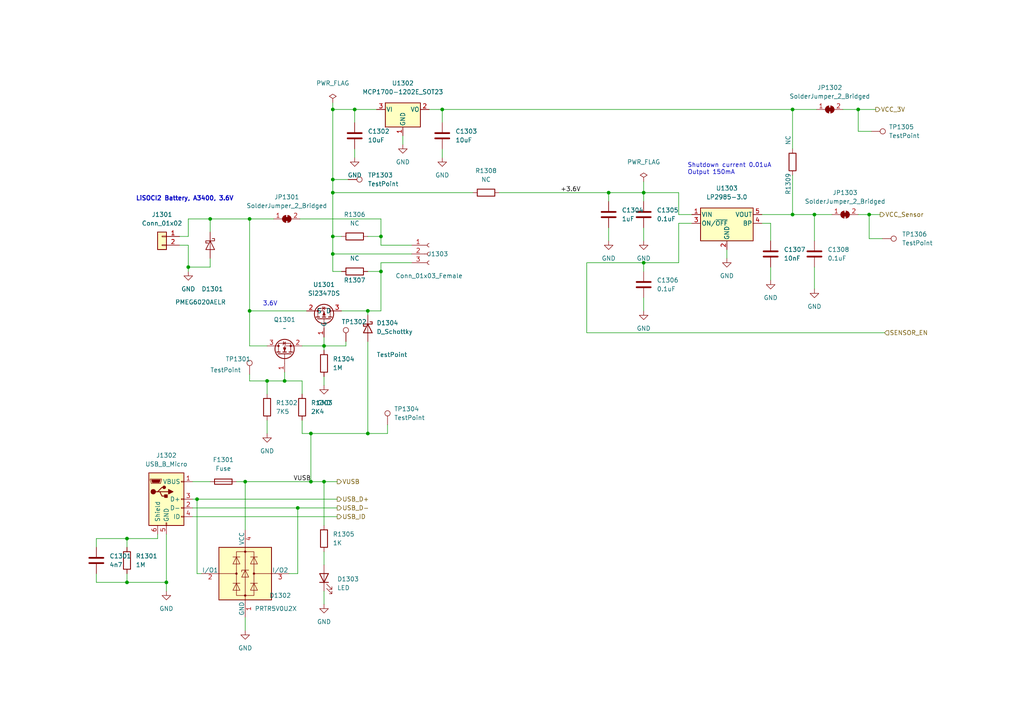
<source format=kicad_sch>
(kicad_sch (version 20211123) (generator eeschema)
  (paper "A4")
  (lib_symbols
    (symbol "Connector:Conn_01x03_Female" (pin_names (offset 1.016) hide)
      (property "Reference" "J" (at 0 5.08 0))
      (property "Value" "Conn_01x03_Female" (at 0 -5.08 0))
      (symbol "Conn_01x03_Female_1_1"
        (arc (start 0 -2.032) (mid -0.508 -2.54) (end 0 -3.048) (stroke (width 0.1524)))
        (polyline (pts (xy -1.27 -2.54) (xy -0.508 -2.54)) (stroke (width 0.1524)))
        (polyline (pts (xy -1.27 0) (xy -0.508 0)) (stroke (width 0.1524)))
        (polyline (pts (xy -1.27 2.54) (xy -0.508 2.54)) (stroke (width 0.1524)))
        (arc (start 0 0.508) (mid -0.508 0) (end 0 -0.508) (stroke (width 0.1524)))
        (arc (start 0 3.048) (mid -0.508 2.54) (end 0 2.032) (stroke (width 0.1524)))
        (pin passive line (at -5.08 2.54 0) (length 3.81) (name "Pin_1") (number "1"))
        (pin passive line (at -5.08 0 0) (length 3.81) (name "Pin_2") (number "2"))
        (pin passive line (at -5.08 -2.54 0) (length 3.81) (name "Pin_3") (number "3"))
      )
    )
    (symbol "Connector:TestPoint" (pin_numbers hide) (pin_names (offset 0.762) hide)
      (property "Reference" "TP" (at 0 6.858 0))
      (property "Value" "TestPoint" (at 0 5.08 0))
      (symbol "TestPoint_0_1"
        (circle (center 0 3.302) (radius 0.762))
      )
      (symbol "TestPoint_1_1"
        (pin passive line (at 0 0 90) (length 2.54) (name "1") (number "1"))
      )
    )
    (symbol "Connector:USB_B_Micro" (pin_names (offset 1.016))
      (property "Reference" "J" (at -5.08 11.43 0))
      (property "Value" "USB_B_Micro" (at -5.08 8.89 0))
      (symbol "USB_B_Micro_0_1"
        (rectangle (start -5.08 -7.62) (end 5.08 7.62) (stroke (width 0.254)) (fill (type background)))
        (circle (center -3.81 2.159) (radius 0.635) (stroke (width 0.254)) (fill (type outline)))
        (circle (center -0.635 3.429) (radius 0.381) (stroke (width 0.254)) (fill (type outline)))
        (rectangle (start -0.127 -7.62) (end 0.127 -6.858))
        (polyline (pts (xy -1.905 2.159) (xy 0.635 2.159)) (stroke (width 0.254)))
        (polyline (pts (xy -3.175 2.159) (xy -2.54 2.159) (xy -1.27 3.429) (xy -0.635 3.429)) (stroke (width 0.254)))
        (polyline (pts (xy -2.54 2.159) (xy -1.905 2.159) (xy -1.27 0.889) (xy 0 0.889)) (stroke (width 0.254)))
        (polyline (pts (xy 0.635 2.794) (xy 0.635 1.524) (xy 1.905 2.159) (xy 0.635 2.794)) (stroke (width 0.254)) (fill (type outline)))
        (polyline (pts (xy -4.318 5.588) (xy -1.778 5.588) (xy -2.032 4.826) (xy -4.064 4.826) (xy -4.318 5.588)) (fill (type outline)))
        (polyline (pts (xy -4.699 5.842) (xy -4.699 5.588) (xy -4.445 4.826) (xy -4.445 4.572) (xy -1.651 4.572) (xy -1.651 4.826) (xy -1.397 5.588) (xy -1.397 5.842) (xy -4.699 5.842)))
        (rectangle (start 0.254 1.27) (end -0.508 0.508) (stroke (width 0.254)) (fill (type outline)))
        (rectangle (start 5.08 -5.207) (end 4.318 -4.953))
        (rectangle (start 5.08 -2.667) (end 4.318 -2.413))
        (rectangle (start 5.08 -0.127) (end 4.318 0.127))
        (rectangle (start 5.08 4.953) (end 4.318 5.207))
      )
      (symbol "USB_B_Micro_1_1"
        (pin power_out line (at 7.62 5.08 180) (length 2.54) (name "VBUS") (number "1"))
        (pin bidirectional line (at 7.62 -2.54 180) (length 2.54) (name "D-") (number "2"))
        (pin bidirectional line (at 7.62 0 180) (length 2.54) (name "D+") (number "3"))
        (pin passive line (at 7.62 -5.08 180) (length 2.54) (name "ID") (number "4"))
        (pin power_out line (at 0 -10.16 90) (length 2.54) (name "GND") (number "5"))
        (pin passive line (at -2.54 -10.16 90) (length 2.54) (name "Shield") (number "6"))
      )
    )
    (symbol "Connector_Generic:Conn_01x02" (pin_names (offset 1.016) hide)
      (property "Reference" "J" (at 0 2.54 0))
      (property "Value" "Conn_01x02" (at 0 -5.08 0))
      (symbol "Conn_01x02_1_1"
        (rectangle (start -1.27 -2.413) (end 0 -2.667) (stroke (width 0.1524)))
        (rectangle (start -1.27 0.127) (end 0 -0.127) (stroke (width 0.1524)))
        (rectangle (start -1.27 1.27) (end 1.27 -3.81) (stroke (width 0.254)) (fill (type background)))
        (pin passive line (at -5.08 0 0) (length 3.81) (name "Pin_1") (number "1"))
        (pin passive line (at -5.08 -2.54 0) (length 3.81) (name "Pin_2") (number "2"))
      )
    )
    (symbol "Device:C" (pin_numbers hide) (pin_names (offset 0.254))
      (property "Reference" "C" (at 0.635 2.54 0))
      (property "Value" "C" (at 0.635 -2.54 0))
      (symbol "C_0_1"
        (polyline (pts (xy -2.032 -0.762) (xy 2.032 -0.762)) (stroke (width 0.508)))
        (polyline (pts (xy -2.032 0.762) (xy 2.032 0.762)) (stroke (width 0.508)))
      )
      (symbol "C_1_1"
        (pin passive line (at 0 3.81 270) (length 2.794) (name "~") (number "1"))
        (pin passive line (at 0 -3.81 90) (length 2.794) (name "~") (number "2"))
      )
    )
    (symbol "Device:D_Schottky" (pin_numbers hide) (pin_names (offset 1.016) hide)
      (property "Reference" "D" (at 0 2.54 0))
      (property "Value" "D_Schottky" (at 0 -2.54 0))
      (symbol "D_Schottky_0_1"
        (polyline (pts (xy 1.27 0) (xy -1.27 0)))
        (polyline (pts (xy 1.27 1.27) (xy 1.27 -1.27) (xy -1.27 0) (xy 1.27 1.27)) (stroke (width 0.254)))
        (polyline (pts (xy -1.905 0.635) (xy -1.905 1.27) (xy -1.27 1.27) (xy -1.27 -1.27) (xy -0.635 -1.27) (xy -0.635 -0.635)) (stroke (width 0.254)))
      )
      (symbol "D_Schottky_1_1"
        (pin passive line (at -3.81 0 0) (length 2.54) (name "K") (number "1"))
        (pin passive line (at 3.81 0 180) (length 2.54) (name "A") (number "2"))
      )
    )
    (symbol "Device:Fuse" (pin_numbers hide) (pin_names (offset 0))
      (property "Reference" "F" (at 2.032 0 90))
      (property "Value" "Fuse" (at -1.905 0 90))
      (symbol "Fuse_0_1"
        (rectangle (start -0.762 -2.54) (end 0.762 2.54) (stroke (width 0.254)))
        (polyline (pts (xy 0 2.54) (xy 0 -2.54)))
      )
      (symbol "Fuse_1_1"
        (pin passive line (at 0 3.81 270) (length 1.27) (name "~") (number "1"))
        (pin passive line (at 0 -3.81 90) (length 1.27) (name "~") (number "2"))
      )
    )
    (symbol "Device:LED" (pin_numbers hide) (pin_names (offset 1.016) hide)
      (property "Reference" "D" (at 0 2.54 0))
      (property "Value" "LED" (at 0 -2.54 0))
      (symbol "LED_0_1"
        (polyline (pts (xy -1.27 -1.27) (xy -1.27 1.27)) (stroke (width 0.254)))
        (polyline (pts (xy -1.27 0) (xy 1.27 0)))
        (polyline (pts (xy 1.27 -1.27) (xy 1.27 1.27) (xy -1.27 0) (xy 1.27 -1.27)) (stroke (width 0.254)))
        (polyline (pts (xy -3.048 -0.762) (xy -4.572 -2.286) (xy -3.81 -2.286) (xy -4.572 -2.286) (xy -4.572 -1.524)))
        (polyline (pts (xy -1.778 -0.762) (xy -3.302 -2.286) (xy -2.54 -2.286) (xy -3.302 -2.286) (xy -3.302 -1.524)))
      )
      (symbol "LED_1_1"
        (pin passive line (at -3.81 0 0) (length 2.54) (name "K") (number "1"))
        (pin passive line (at 3.81 0 180) (length 2.54) (name "A") (number "2"))
      )
    )
    (symbol "Device:R" (pin_numbers hide) (pin_names (offset 0))
      (property "Reference" "R" (at 2.032 0 90))
      (property "Value" "R" (at 0 0 90))
      (symbol "R_0_1"
        (rectangle (start -1.016 -2.54) (end 1.016 2.54) (stroke (width 0.254)))
      )
      (symbol "R_1_1"
        (pin passive line (at 0 3.81 270) (length 1.27) (name "~") (number "1"))
        (pin passive line (at 0 -3.81 90) (length 1.27) (name "~") (number "2"))
      )
    )
    (symbol "Diode:PMEG6020AELR" (pin_numbers hide) (pin_names hide)
      (property "Reference" "D" (at 0 2.54 0))
      (property "Value" "PMEG6020AELR" (at 0 -2.54 0))
      (symbol "PMEG6020AELR_0_1"
        (polyline (pts (xy 1.27 0) (xy -1.27 0)))
        (polyline (pts (xy 1.27 1.27) (xy 1.27 -1.27) (xy -1.27 0) (xy 1.27 1.27)) (stroke (width 0.2032)))
        (polyline (pts (xy -1.905 0.635) (xy -1.905 1.27) (xy -1.27 1.27) (xy -1.27 -1.27) (xy -0.635 -1.27) (xy -0.635 -0.635)) (stroke (width 0.2032)))
      )
      (symbol "PMEG6020AELR_1_1"
        (pin passive line (at -3.81 0 0) (length 2.54) (name "K") (number "1"))
        (pin passive line (at 3.81 0 180) (length 2.54) (name "A") (number "2"))
      )
    )
    (symbol "Jumper:SolderJumper_2_Bridged" (pin_names (offset 0) hide)
      (property "Reference" "JP" (at 0 2.032 0))
      (property "Value" "SolderJumper_2_Bridged" (at 0 -2.54 0))
      (symbol "SolderJumper_2_Bridged_0_1"
        (rectangle (start -0.508 0.508) (end 0.508 -0.508) (fill (type outline)))
        (arc (start -0.254 1.016) (mid -1.27 0) (end -0.254 -1.016))
        (arc (start -0.254 1.016) (mid -1.27 0) (end -0.254 -1.016) (fill (type outline)))
        (polyline (pts (xy -0.254 1.016) (xy -0.254 -1.016)))
        (polyline (pts (xy 0.254 1.016) (xy 0.254 -1.016)))
        (arc (start 0.254 -1.016) (mid 1.27 0) (end 0.254 1.016))
        (arc (start 0.254 -1.016) (mid 1.27 0) (end 0.254 1.016) (fill (type outline)))
      )
      (symbol "SolderJumper_2_Bridged_1_1"
        (pin passive line (at -3.81 0 0) (length 2.54) (name "A") (number "1"))
        (pin passive line (at 3.81 0 180) (length 2.54) (name "B") (number "2"))
      )
    )
    (symbol "Power_Protection:PRTR5V0U2X" (pin_names (offset 0))
      (property "Reference" "D" (at 2.794 8.636 0))
      (property "Value" "PRTR5V0U2X" (at 8.128 -9.398 0))
      (symbol "PRTR5V0U2X_0_1"
        (rectangle (start -7.62 -7.62) (end 7.62 7.62) (stroke (width 0.254)) (fill (type background)))
        (circle (center -2.54 0) (radius 0.254) (fill (type outline)))
        (rectangle (start -2.54 6.35) (end 2.54 -6.35))
        (circle (center 0 -6.35) (radius 0.254) (fill (type outline)))
        (polyline (pts (xy -2.54 0) (xy -7.62 0)))
        (polyline (pts (xy -1.524 -2.794) (xy -3.556 -2.794)))
        (polyline (pts (xy -1.524 4.826) (xy -3.556 4.826)))
        (polyline (pts (xy 0 -7.62) (xy 0 7.62)))
        (polyline (pts (xy 1.524 -2.794) (xy 3.556 -2.794)))
        (polyline (pts (xy 1.524 4.826) (xy 3.556 4.826)))
        (polyline (pts (xy 2.54 0) (xy 7.62 0)))
        (polyline (pts (xy 1.016 1.016) (xy -1.016 1.016) (xy -1.016 0.508)))
        (polyline (pts (xy -3.556 -4.826) (xy -1.524 -4.826) (xy -2.54 -2.794) (xy -3.556 -4.826)))
        (polyline (pts (xy -3.556 2.794) (xy -1.524 2.794) (xy -2.54 4.826) (xy -3.556 2.794)))
        (polyline (pts (xy -1.016 -1.016) (xy 1.016 -1.016) (xy 0 1.016) (xy -1.016 -1.016)))
        (polyline (pts (xy 3.556 -4.826) (xy 1.524 -4.826) (xy 2.54 -2.794) (xy 3.556 -4.826)))
        (polyline (pts (xy 3.556 2.794) (xy 1.524 2.794) (xy 2.54 4.826) (xy 3.556 2.794)))
        (circle (center 0 6.35) (radius 0.254) (fill (type outline)))
        (circle (center 2.54 0) (radius 0.254) (fill (type outline)))
      )
      (symbol "PRTR5V0U2X_1_1"
        (pin passive line (at 0 -12.7 90) (length 5.08) (name "GND") (number "1"))
        (pin passive line (at -12.7 0 0) (length 5.08) (name "I/O1") (number "2"))
        (pin passive line (at 12.7 0 180) (length 5.08) (name "I/O2") (number "3"))
        (pin passive line (at 0 12.7 270) (length 5.08) (name "VCC") (number "4"))
      )
    )
    (symbol "Regulator_Linear:LP2985-3.0" (pin_names (offset 0.254))
      (property "Reference" "U" (at -6.35 5.715 0))
      (property "Value" "LP2985-3.0" (at 0 5.715 0))
      (symbol "LP2985-3.0_0_1"
        (rectangle (start -7.62 -5.08) (end 7.62 4.445) (stroke (width 0.254)) (fill (type background)))
      )
      (symbol "LP2985-3.0_1_1"
        (pin power_in line (at -10.16 2.54 0) (length 2.54) (name "VIN") (number "1"))
        (pin power_in line (at 0 -7.62 90) (length 2.54) (name "GND") (number "2"))
        (pin input line (at -10.16 0 0) (length 2.54) (name "ON/~{OFF}") (number "3"))
        (pin input line (at 10.16 0 180) (length 2.54) (name "BP") (number "4"))
        (pin power_out line (at 10.16 2.54 180) (length 2.54) (name "VOUT") (number "5"))
      )
    )
    (symbol "Regulator_Linear:MCP1700-1202E_SOT23" (pin_names (offset 0.254))
      (property "Reference" "U" (at -3.81 3.175 0))
      (property "Value" "MCP1700-1202E_SOT23" (at 0 3.175 0))
      (symbol "MCP1700-1202E_SOT23_0_1"
        (rectangle (start -5.08 1.905) (end 5.08 -5.08) (stroke (width 0.254)) (fill (type background)))
      )
      (symbol "MCP1700-1202E_SOT23_1_1"
        (pin power_in line (at 0 -7.62 90) (length 2.54) (name "GND") (number "1"))
        (pin power_out line (at 7.62 0 180) (length 2.54) (name "VO") (number "2"))
        (pin power_in line (at -7.62 0 0) (length 2.54) (name "VI") (number "3"))
      )
    )
    (symbol "Transistor_FET:2N7002" (pin_names hide)
      (property "Reference" "Q" (at 5.08 1.905 0))
      (property "Value" "2N7002" (at 5.08 0 0))
      (symbol "2N7002_0_1"
        (polyline (pts (xy 0.254 0) (xy -2.54 0)))
        (polyline (pts (xy 0.254 1.905) (xy 0.254 -1.905)) (stroke (width 0.254)))
        (polyline (pts (xy 0.762 -1.27) (xy 0.762 -2.286)) (stroke (width 0.254)))
        (polyline (pts (xy 0.762 0.508) (xy 0.762 -0.508)) (stroke (width 0.254)))
        (polyline (pts (xy 0.762 2.286) (xy 0.762 1.27)) (stroke (width 0.254)))
        (polyline (pts (xy 2.54 2.54) (xy 2.54 1.778)))
        (polyline (pts (xy 2.54 -2.54) (xy 2.54 0) (xy 0.762 0)))
        (polyline (pts (xy 0.762 -1.778) (xy 3.302 -1.778) (xy 3.302 1.778) (xy 0.762 1.778)))
        (polyline (pts (xy 1.016 0) (xy 2.032 0.381) (xy 2.032 -0.381) (xy 1.016 0)) (fill (type outline)))
        (polyline (pts (xy 2.794 0.508) (xy 2.921 0.381) (xy 3.683 0.381) (xy 3.81 0.254)))
        (polyline (pts (xy 3.302 0.381) (xy 2.921 -0.254) (xy 3.683 -0.254) (xy 3.302 0.381)))
        (circle (center 1.651 0) (radius 2.794) (stroke (width 0.254)))
        (circle (center 2.54 -1.778) (radius 0.254) (fill (type outline)))
        (circle (center 2.54 1.778) (radius 0.254) (fill (type outline)))
      )
      (symbol "2N7002_1_1"
        (pin input line (at -5.08 0 0) (length 2.54) (name "G") (number "1"))
        (pin passive line (at 2.54 -5.08 90) (length 2.54) (name "S") (number "2"))
        (pin passive line (at 2.54 5.08 270) (length 2.54) (name "D") (number "3"))
      )
    )
    (symbol "lp-collapse:Si2347DS"
      (property "Reference" "U" (at 5.08 1.27 0))
      (property "Value" "Si2347DS" (at 7.62 -2.54 0))
      (symbol "Si2347DS_0_1"
        (polyline (pts (xy -1.016 0) (xy -3.81 0)))
        (polyline (pts (xy -1.016 1.905) (xy -1.016 -1.905)) (stroke (width 0.254)))
        (polyline (pts (xy -0.508 -1.27) (xy -0.508 -2.286)) (stroke (width 0.254)))
        (polyline (pts (xy -0.508 0.508) (xy -0.508 -0.508)) (stroke (width 0.254)))
        (polyline (pts (xy -0.508 2.286) (xy -0.508 1.27)) (stroke (width 0.254)))
        (polyline (pts (xy 1.27 2.54) (xy 1.27 1.778)))
        (polyline (pts (xy 1.27 -2.54) (xy 1.27 0) (xy -0.508 0)))
        (polyline (pts (xy -0.508 1.778) (xy 2.032 1.778) (xy 2.032 -1.778) (xy -0.508 -1.778)))
        (polyline (pts (xy 1.016 0) (xy 0 0.381) (xy 0 -0.381) (xy 1.016 0)) (fill (type outline)))
        (polyline (pts (xy 1.524 -0.508) (xy 1.651 -0.381) (xy 2.413 -0.381) (xy 2.54 -0.254)))
        (polyline (pts (xy 2.032 -0.381) (xy 1.651 0.254) (xy 2.413 0.254) (xy 2.032 -0.381)))
        (circle (center 0.381 0) (radius 2.794) (stroke (width 0.254)))
        (circle (center 1.27 -1.778) (radius 0.254) (fill (type outline)))
        (circle (center 1.27 1.778) (radius 0.254) (fill (type outline)))
      )
      (symbol "Si2347DS_1_1"
        (pin input line (at -6.35 0 0) (length 2.54) (name "G") (number "1"))
        (pin passive line (at 1.27 -5.08 90) (length 2.54) (name "S") (number "2"))
        (pin passive line (at 1.27 5.08 270) (length 2.54) (name "D") (number "3"))
      )
    )
    (symbol "power:GND" (power) (pin_names (offset 0))
      (property "Value" "GND" (at 0 -3.81 0))
      (symbol "GND_0_1"
        (polyline (pts (xy 0 0) (xy 0 -1.27) (xy 1.27 -1.27) (xy 0 -2.54) (xy -1.27 -1.27) (xy 0 -1.27)))
      )
      (symbol "GND_1_1"
        (pin power_in line (at 0 0 270) (length 0) hide (name "GND") (number "1"))
      )
    )
    (symbol "power:PWR_FLAG" (power) (pin_numbers hide) (pin_names (offset 0) hide)
      (property "Value" "PWR_FLAG" (at 0 3.81 0))
      (symbol "PWR_FLAG_0_0"
        (pin power_out line (at 0 0 90) (length 0) (name "pwr") (number "1"))
      )
      (symbol "PWR_FLAG_0_1"
        (polyline (pts (xy 0 0) (xy 0 1.27) (xy -1.016 1.905) (xy 0 2.54) (xy 1.016 1.905) (xy 0 1.27)))
      )
    )
  )
  (junction (at 72.39 63.5))
  (junction (at 36.83 168.91))
  (junction (at 110.49 78.74))
  (junction (at 96.52 68.58))
  (junction (at 102.87 31.75))
  (junction (at 82.55 110.49))
  (junction (at 176.53 55.88))
  (junction (at 252.095 62.23))
  (junction (at 71.12 139.7))
  (junction (at 96.52 52.07))
  (junction (at 36.83 156.21))
  (junction (at 110.49 68.58))
  (junction (at 72.39 90.17))
  (junction (at 54.61 77.47))
  (junction (at 93.98 100.33))
  (junction (at 229.87 31.75))
  (junction (at 229.87 62.23))
  (junction (at 96.52 73.66))
  (junction (at 96.52 31.75))
  (junction (at 106.68 125.73))
  (junction (at 60.96 63.5))
  (junction (at 90.17 139.7))
  (junction (at 106.68 90.17))
  (junction (at 90.17 125.73))
  (junction (at 86.36 147.32))
  (junction (at 57.15 144.78))
  (junction (at 128.27 31.75))
  (junction (at 186.69 76.2))
  (junction (at 248.92 31.75))
  (junction (at 93.98 139.7))
  (junction (at 186.69 55.88))
  (junction (at 77.47 110.49))
  (junction (at 48.26 168.91))
  (junction (at 96.52 55.88))
  (junction (at 236.22 62.23))
  (wire (pts (xy 196.85 64.77) (xy 196.85 76.2)))
  (wire (pts (xy 54.61 63.5) (xy 60.96 63.5)))
  (wire (pts (xy 116.84 39.37) (xy 116.84 41.91)))
  (wire (pts (xy 119.38 76.2) (xy 110.49 76.2)))
  (wire (pts (xy 170.18 96.52) (xy 256.54 96.52)))
  (wire (pts (xy 72.39 63.5) (xy 72.39 90.17)))
  (wire (pts (xy 96.52 78.74) (xy 99.06 78.74)))
  (wire (pts (xy 110.49 68.58) (xy 110.49 63.5)))
  (wire (pts (xy 96.52 68.58) (xy 99.06 68.58)))
  (wire (pts (xy 54.61 77.47) (xy 54.61 78.74)))
  (wire (pts (xy 119.38 71.12) (xy 110.49 71.12)))
  (wire (pts (xy 77.47 114.3) (xy 77.47 110.49)))
  (wire (pts (xy 176.53 66.04) (xy 176.53 69.85)))
  (wire (pts (xy 196.85 62.23) (xy 196.85 55.88)))
  (wire (pts (xy 96.52 55.88) (xy 137.16 55.88)))
  (wire (pts (xy 77.47 110.49) (xy 82.55 110.49)))
  (wire (pts (xy 72.39 100.33) (xy 77.47 100.33)))
  (wire (pts (xy 72.39 63.5) (xy 79.375 63.5)))
  (wire (pts (xy 248.92 31.75) (xy 248.92 38.1)))
  (wire (pts (xy 223.52 64.77) (xy 223.52 69.85)))
  (wire (pts (xy 87.63 121.92) (xy 87.63 125.73)))
  (wire (pts (xy 112.395 125.73) (xy 106.68 125.73)))
  (wire (pts (xy 186.69 76.2) (xy 196.85 76.2)))
  (wire (pts (xy 96.52 73.66) (xy 96.52 78.74)))
  (wire (pts (xy 54.61 77.47) (xy 60.96 77.47)))
  (wire (pts (xy 229.87 31.75) (xy 229.87 43.18)))
  (wire (pts (xy 72.39 100.33) (xy 72.39 90.17)))
  (wire (pts (xy 60.96 74.93) (xy 60.96 77.47)))
  (wire (pts (xy 106.68 68.58) (xy 110.49 68.58)))
  (wire (pts (xy 93.98 160.02) (xy 93.98 163.83)))
  (wire (pts (xy 36.83 156.21) (xy 36.83 158.75)))
  (wire (pts (xy 82.55 110.49) (xy 87.63 110.49)))
  (wire (pts (xy 229.87 50.8) (xy 229.87 62.23)))
  (wire (pts (xy 93.98 139.7) (xy 97.79 139.7)))
  (wire (pts (xy 196.85 55.88) (xy 186.69 55.88)))
  (wire (pts (xy 106.68 90.17) (xy 106.68 91.44)))
  (wire (pts (xy 72.39 110.49) (xy 77.47 110.49)))
  (wire (pts (xy 255.905 69.215) (xy 252.095 69.215)))
  (wire (pts (xy 110.49 78.74) (xy 110.49 90.17)))
  (wire (pts (xy 186.69 55.88) (xy 186.69 58.42)))
  (wire (pts (xy 57.15 144.78) (xy 97.79 144.78)))
  (wire (pts (xy 55.88 149.86) (xy 97.79 149.86)))
  (wire (pts (xy 71.12 179.07) (xy 71.12 182.88)))
  (wire (pts (xy 248.92 62.23) (xy 252.095 62.23)))
  (wire (pts (xy 72.39 108.585) (xy 72.39 110.49)))
  (wire (pts (xy 112.395 123.19) (xy 112.395 125.73)))
  (wire (pts (xy 186.69 52.705) (xy 186.69 55.88)))
  (wire (pts (xy 102.87 31.75) (xy 109.22 31.75)))
  (wire (pts (xy 96.52 31.75) (xy 102.87 31.75)))
  (wire (pts (xy 186.69 86.36) (xy 186.69 90.17)))
  (wire (pts (xy 52.07 68.58) (xy 54.61 68.58)))
  (wire (pts (xy 236.22 62.23) (xy 236.22 69.85)))
  (wire (pts (xy 252.73 38.1) (xy 248.92 38.1)))
  (wire (pts (xy 93.98 139.7) (xy 93.98 152.4)))
  (wire (pts (xy 96.52 52.07) (xy 96.52 55.88)))
  (wire (pts (xy 210.82 72.39) (xy 210.82 74.93)))
  (wire (pts (xy 93.98 100.33) (xy 93.98 101.6)))
  (wire (pts (xy 102.87 43.18) (xy 102.87 45.72)))
  (wire (pts (xy 27.94 168.91) (xy 36.83 168.91)))
  (wire (pts (xy 186.69 76.2) (xy 186.69 78.74)))
  (wire (pts (xy 176.53 55.88) (xy 176.53 58.42)))
  (wire (pts (xy 93.98 97.79) (xy 93.98 100.33)))
  (wire (pts (xy 110.49 71.12) (xy 110.49 68.58)))
  (wire (pts (xy 96.52 73.66) (xy 119.38 73.66)))
  (wire (pts (xy 87.63 125.73) (xy 90.17 125.73)))
  (wire (pts (xy 128.27 43.18) (xy 128.27 45.72)))
  (wire (pts (xy 71.12 139.7) (xy 90.17 139.7)))
  (wire (pts (xy 200.66 62.23) (xy 196.85 62.23)))
  (wire (pts (xy 86.36 147.32) (xy 97.79 147.32)))
  (wire (pts (xy 87.63 100.33) (xy 93.98 100.33)))
  (wire (pts (xy 100.33 99.06) (xy 100.33 100.33)))
  (wire (pts (xy 71.12 153.67) (xy 71.12 139.7)))
  (wire (pts (xy 110.49 76.2) (xy 110.49 78.74)))
  (wire (pts (xy 54.61 71.12) (xy 54.61 77.47)))
  (wire (pts (xy 93.98 171.45) (xy 93.98 175.26)))
  (wire (pts (xy 236.22 62.23) (xy 241.3 62.23)))
  (wire (pts (xy 45.72 156.21) (xy 36.83 156.21)))
  (wire (pts (xy 36.83 168.91) (xy 48.26 168.91)))
  (wire (pts (xy 106.68 90.17) (xy 110.49 90.17)))
  (wire (pts (xy 102.87 31.75) (xy 102.87 35.56)))
  (wire (pts (xy 90.17 139.7) (xy 93.98 139.7)))
  (wire (pts (xy 252.095 62.23) (xy 255.27 62.23)))
  (wire (pts (xy 186.69 66.04) (xy 186.69 69.85)))
  (wire (pts (xy 252.095 62.23) (xy 252.095 69.215)))
  (wire (pts (xy 96.52 31.75) (xy 96.52 52.07)))
  (wire (pts (xy 36.83 156.21) (xy 27.94 156.21)))
  (wire (pts (xy 220.98 62.23) (xy 229.87 62.23)))
  (wire (pts (xy 96.52 52.07) (xy 100.965 52.07)))
  (wire (pts (xy 87.63 110.49) (xy 87.63 114.3)))
  (wire (pts (xy 128.27 31.75) (xy 128.27 35.56)))
  (wire (pts (xy 144.78 55.88) (xy 176.53 55.88)))
  (wire (pts (xy 186.69 55.88) (xy 176.53 55.88)))
  (wire (pts (xy 48.26 168.91) (xy 48.26 171.45)))
  (wire (pts (xy 220.98 64.77) (xy 223.52 64.77)))
  (wire (pts (xy 27.94 156.21) (xy 27.94 158.75)))
  (wire (pts (xy 90.17 125.73) (xy 106.68 125.73)))
  (wire (pts (xy 54.61 63.5) (xy 54.61 68.58)))
  (wire (pts (xy 96.52 29.845) (xy 96.52 31.75)))
  (wire (pts (xy 124.46 31.75) (xy 128.27 31.75)))
  (wire (pts (xy 55.88 147.32) (xy 86.36 147.32)))
  (wire (pts (xy 86.36 147.32) (xy 86.36 166.37)))
  (wire (pts (xy 88.9 90.17) (xy 72.39 90.17)))
  (wire (pts (xy 68.58 139.7) (xy 71.12 139.7)))
  (wire (pts (xy 106.68 78.74) (xy 110.49 78.74)))
  (wire (pts (xy 27.94 166.37) (xy 27.94 168.91)))
  (wire (pts (xy 244.475 31.75) (xy 248.92 31.75)))
  (wire (pts (xy 106.68 99.06) (xy 106.68 125.73)))
  (wire (pts (xy 58.42 166.37) (xy 57.15 166.37)))
  (wire (pts (xy 99.06 90.17) (xy 106.68 90.17)))
  (wire (pts (xy 36.83 166.37) (xy 36.83 168.91)))
  (wire (pts (xy 60.96 63.5) (xy 60.96 67.31)))
  (wire (pts (xy 48.26 154.94) (xy 48.26 168.91)))
  (wire (pts (xy 90.17 125.73) (xy 90.17 139.7)))
  (wire (pts (xy 229.87 62.23) (xy 236.22 62.23)))
  (wire (pts (xy 248.92 31.75) (xy 254 31.75)))
  (wire (pts (xy 60.96 63.5) (xy 72.39 63.5)))
  (wire (pts (xy 86.995 63.5) (xy 110.49 63.5)))
  (wire (pts (xy 170.18 76.2) (xy 170.18 96.52)))
  (wire (pts (xy 83.82 166.37) (xy 86.36 166.37)))
  (wire (pts (xy 170.18 76.2) (xy 186.69 76.2)))
  (wire (pts (xy 57.15 144.78) (xy 57.15 166.37)))
  (wire (pts (xy 52.07 71.12) (xy 54.61 71.12)))
  (wire (pts (xy 236.22 77.47) (xy 236.22 83.82)))
  (wire (pts (xy 100.33 100.33) (xy 93.98 100.33)))
  (wire (pts (xy 55.88 144.78) (xy 57.15 144.78)))
  (wire (pts (xy 45.72 154.94) (xy 45.72 156.21)))
  (wire (pts (xy 223.52 77.47) (xy 223.52 81.28)))
  (wire (pts (xy 128.27 31.75) (xy 229.87 31.75)))
  (wire (pts (xy 55.88 139.7) (xy 60.96 139.7)))
  (wire (pts (xy 96.52 55.88) (xy 96.52 68.58)))
  (wire (pts (xy 236.855 31.75) (xy 229.87 31.75)))
  (wire (pts (xy 77.47 121.92) (xy 77.47 125.73)))
  (wire (pts (xy 200.66 64.77) (xy 196.85 64.77)))
  (wire (pts (xy 93.98 109.22) (xy 93.98 111.76)))
  (wire (pts (xy 96.52 73.66) (xy 96.52 68.58)))
  (wire (pts (xy 82.55 107.95) (xy 82.55 110.49)))
  (text "LiSOCI2 Battery, A3400, 3.6V" (at 39.37 58.42 0) (effects (font (size 1.27 1.27) (thickness 0.254) bold) (justify left bottom)))
  (text "3.6V" (at 76.2 88.9 0) (effects (font (size 1.27 1.27)) (justify left bottom)))
  (text "Shutdown current 0.01uA\nOutput 150mA" (at 199.39 50.8 0) (effects (font (size 1.27 1.27)) (justify left bottom)))
  (label "+3.6V" (at 162.56 55.88 0))
  (label "VUSB" (at 85.09 139.7 0))
  (hierarchical_label "VUSB" (shape output) (at 97.79 139.7 0))
  (hierarchical_label "SENSOR_EN" (shape input) (at 256.54 96.52 0))
  (hierarchical_label "USB_ID" (shape output) (at 97.79 149.86 0))
  (hierarchical_label "USB_D-" (shape output) (at 97.79 147.32 0))
  (hierarchical_label "VCC_Sensor" (shape output) (at 255.27 62.23 0))
  (hierarchical_label "VCC_3V" (shape output) (at 254 31.75 0))
  (hierarchical_label "USB_D+" (shape output) (at 97.79 144.78 0))
  (symbol (lib_id "Device:R") (at 93.98 156.21 0) (unit 1)
    (property "Reference" "R1305" (at 96.52 154.9399 0) (effects (justify left)))
    (property "Value" "1K" (at 96.52 157.4799 0) (effects (justify left)))
  )
  (symbol (lib_id "power:GND") (at 176.53 69.85 0) (unit 1)
    (property "Reference" "#PWR01310" (effects hide))
    (property "Value" "~" (at 176.53 74.93 0))
  )
  (symbol (lib_id "power:GND") (at 128.27 45.72 0) (unit 1)
    (property "Reference" "#PWR01309" (effects hide))
    (property "Value" "~" (at 128.27 50.8 0))
  )
  (symbol (lib_id "Transistor_FET:2N7002") (at 82.55 102.87 90) (unit 1)
    (property "Reference" "Q1301" (at 82.55 92.71 90))
    (property "Value" "~" (at 82.55 95.25 90))
    (property "Datasheet" "https://www.onsemi.com/pub/Collateral/NDS7002A-D.PDF" (effects hide))
  )
  (symbol (lib_id "Device:R") (at 93.98 105.41 0) (unit 1)
    (property "Reference" "R1304" (at 96.52 104.1399 0) (effects (justify left)))
    (property "Value" "1M" (at 96.52 106.6799 0) (effects (justify left)))
  )
  (symbol (lib_id "Connector:Conn_01x03_Female") (at 124.46 73.66 0) (unit 1)
    (property "Reference" "J1303" (at 127 73.66 0))
    (property "Value" "Conn_01x03_Female" (at 124.46 80.01 0))
  )
  (symbol (lib_id "Connector:TestPoint") (at 255.905 69.215 270) (unit 1)
    (property "Reference" "TP1306" (at 261.62 67.9449 90) (effects (justify left)))
    (property "Value" "TestPoint" (at 261.62 70.4849 90) (effects (justify left)))
  )
  (symbol (lib_id "Regulator_Linear:MCP1700-1202E_SOT23") (at 116.84 31.75 0) (unit 1)
    (property "Reference" "U1302" (at 116.84 24.13 0))
    (property "Value" "MCP1700-1202E_SOT23" (at 116.84 26.67 0))
    (property "Footprint" "Package_TO_SOT_SMD:SOT-23" (effects hide))
    (property "Datasheet" "http://ww1.microchip.com/downloads/en/DeviceDoc/20001826D.pdf" (effects hide))
  )
  (symbol (lib_id "Jumper:SolderJumper_2_Bridged") (at 240.665 31.75 0) (unit 1)
    (property "Reference" "JP1302" (at 240.665 25.4 0))
    (property "Value" "SolderJumper_2_Bridged" (at 240.665 27.94 0))
  )
  (symbol (lib_id "power:PWR_FLAG") (at 96.52 29.845 0) (unit 1)
    (property "Reference" "#FLG0123" (effects hide))
    (property "Value" "PWR_FLAG" (at 96.52 24.13 0))
  )
  (symbol (lib_id "Device:D_Schottky") (at 106.68 95.25 270) (unit 1)
    (property "Reference" "D1304" (at 109.22 93.6624 90) (effects (justify left)))
    (property "Value" "D_Schottky" (at 109.22 96.2024 90) (effects (justify left)))
  )
  (symbol (lib_id "power:GND") (at 54.61 78.74 0) (unit 1)
    (property "Reference" "#PWR01302" (effects hide))
    (property "Value" "~" (at 54.61 83.82 0))
  )
  (symbol (lib_id "Device:C") (at 27.94 162.56 0) (unit 1)
    (property "Reference" "C1301" (at 31.75 161.2899 0) (effects (justify left)))
    (property "Value" "4n7" (at 31.75 163.8299 0) (effects (justify left)))
  )
  (symbol (lib_id "Device:C") (at 128.27 39.37 0) (unit 1)
    (property "Reference" "C1303" (at 132.08 38.0999 0) (effects (justify left)))
    (property "Value" "10uF" (at 132.08 40.6399 0) (effects (justify left)))
    (property "Footprint" "Capacitor_SMD:C_0402_1005Metric" (effects hide))
  )
  (symbol (lib_id "Connector_Generic:Conn_01x02") (at 46.99 68.58 0) (mirror y) (unit 1)
    (property "Reference" "J1301" (at 46.99 62.23 0))
    (property "Value" "Conn_01x02" (at 46.99 64.77 0))
    (property "Footprint" "Connector_JST:JST_PH_S2B-PH-SM4-TB_1x02-1MP_P2.00mm_Horizontal" (effects hide))
  )
  (symbol (lib_id "Device:C") (at 176.53 62.23 0) (unit 1)
    (property "Reference" "C1304" (at 180.34 60.9599 0) (effects (justify left)))
    (property "Value" "1uF" (at 180.34 63.4999 0) (effects (justify left)))
  )
  (symbol (lib_id "power:GND") (at 236.22 83.82 0) (unit 1)
    (property "Reference" "#PWR01315" (effects hide))
    (property "Value" "~" (at 236.22 88.9 0))
  )
  (symbol (lib_id "power:PWR_FLAG") (at 186.69 52.705 0) (unit 1)
    (property "Reference" "#FLG0105" (effects hide))
    (property "Value" "PWR_FLAG" (at 186.69 46.99 0))
  )
  (symbol (lib_id "Connector:TestPoint") (at 100.965 52.07 270) (unit 1)
    (property "Reference" "TP1303" (at 106.68 50.7999 90) (effects (justify left)))
    (property "Value" "TestPoint" (at 106.68 53.3399 90) (effects (justify left)))
  )
  (symbol (lib_id "Device:C") (at 102.87 39.37 0) (unit 1)
    (property "Reference" "C1302" (at 106.68 38.0999 0) (effects (justify left)))
    (property "Value" "10uF" (at 106.68 40.6399 0) (effects (justify left)))
    (property "Footprint" "Capacitor_SMD:C_0603_1608Metric" (effects hide))
  )
  (symbol (lib_id "Device:R") (at 140.97 55.88 90) (unit 1)
    (property "Reference" "R1308" (at 140.97 49.53 90))
    (property "Value" "NC" (at 140.97 52.07 90))
  )
  (symbol (lib_id "Device:C") (at 186.69 82.55 0) (unit 1)
    (property "Reference" "C1306" (at 190.5 81.2799 0) (effects (justify left)))
    (property "Value" "0.1uF" (at 190.5 83.8199 0) (effects (justify left)))
  )
  (symbol (lib_id "Device:R") (at 229.87 46.99 180) (unit 1)
    (property "Reference" "R1309" (at 228.6 53.34 90))
    (property "Value" "NC" (at 228.6 40.64 90))
  )
  (symbol (lib_id "Device:R") (at 36.83 162.56 0) (unit 1)
    (property "Reference" "R1301" (at 39.37 161.2899 0) (effects (justify left)))
    (property "Value" "1M" (at 39.37 163.8299 0) (effects (justify left)))
  )
  (symbol (lib_id "Device:C") (at 186.69 62.23 0) (unit 1)
    (property "Reference" "C1305" (at 190.5 60.9599 0) (effects (justify left)))
    (property "Value" "0.1uF" (at 190.5 63.4999 0) (effects (justify left)))
  )
  (symbol (lib_id "lp-collapse:Si2347DS") (at 93.98 91.44 270) (mirror x) (unit 1)
    (property "Reference" "U1301" (at 93.98 82.55 90))
    (property "Value" "Si2347DS" (at 93.98 85.09 90))
  )
  (symbol (lib_id "power:GND") (at 77.47 125.73 0) (unit 1)
    (property "Reference" "#PWR01304" (effects hide))
    (property "Value" "~" (at 77.47 130.81 0))
  )
  (symbol (lib_id "Device:C") (at 236.22 73.66 0) (unit 1)
    (property "Reference" "C1308" (at 240.03 72.3899 0) (effects (justify left)))
    (property "Value" "0.1uF" (at 240.03 74.9299 0) (effects (justify left)))
  )
  (symbol (lib_id "power:GND") (at 186.69 90.17 0) (unit 1)
    (property "Reference" "#PWR01312" (effects hide))
    (property "Value" "~" (at 186.69 95.25 0))
  )
  (symbol (lib_id "Diode:PMEG6020AELR") (at 60.96 71.12 270) (unit 1)
    (property "Reference" "D1301" (at 58.42 83.82 90) (effects (justify left)))
    (property "Value" "PMEG6020AELR" (at 50.8 87.63 90) (effects (justify left)))
    (property "Footprint" "Diode_SMD:Nexperia_CFP3_SOD-123W" (effects hide))
    (property "Datasheet" "https://assets.nexperia.com/documents/data-sheet/PMEG6020AELR.pdf" (effects hide))
  )
  (symbol (lib_id "power:GND") (at 102.87 45.72 0) (unit 1)
    (property "Reference" "#PWR01307" (effects hide))
    (property "Value" "~" (at 102.87 50.8 0))
  )
  (symbol (lib_id "power:GND") (at 116.84 41.91 0) (unit 1)
    (property "Reference" "#PWR01308" (effects hide))
    (property "Value" "~" (at 116.84 46.99 0))
  )
  (symbol (lib_id "power:GND") (at 48.26 171.45 0) (unit 1)
    (property "Reference" "#PWR01301" (effects hide))
    (property "Value" "~" (at 48.26 176.53 0))
  )
  (symbol (lib_id "Device:R") (at 87.63 118.11 0) (unit 1)
    (property "Reference" "R1303" (at 90.17 116.8399 0) (effects (justify left)))
    (property "Value" "2K4" (at 90.17 119.3799 0) (effects (justify left)))
  )
  (symbol (lib_id "Connector:TestPoint") (at 252.73 38.1 270) (unit 1)
    (property "Reference" "TP1305" (at 257.81 36.8299 90) (effects (justify left)))
    (property "Value" "TestPoint" (at 257.81 39.3699 90) (effects (justify left)))
  )
  (symbol (lib_id "Connector:TestPoint") (at 100.33 99.06 0) (unit 1)
    (property "Reference" "TP1302" (at 99.06 93.345 0) (effects (justify left)))
    (property "Value" "TestPoint" (at 109.22 102.87 0) (effects (justify left)))
  )
  (symbol (lib_id "power:GND") (at 223.52 81.28 0) (unit 1)
    (property "Reference" "#PWR01314" (effects hide))
    (property "Value" "~" (at 223.52 86.36 0))
  )
  (symbol (lib_id "power:GND") (at 93.98 175.26 0) (unit 1)
    (property "Reference" "#PWR01306" (effects hide))
    (property "Value" "~" (at 93.98 180.34 0))
  )
  (symbol (lib_id "Device:R") (at 102.87 78.74 90) (unit 1)
    (property "Reference" "R1307" (at 102.87 81.28 90))
    (property "Value" "NC" (at 102.87 74.93 90))
  )
  (symbol (lib_id "power:GND") (at 71.12 182.88 0) (unit 1)
    (property "Reference" "#PWR01303" (effects hide))
    (property "Value" "~" (at 71.12 187.96 0))
  )
  (symbol (lib_id "Connector:TestPoint") (at 112.395 123.19 0) (unit 1)
    (property "Reference" "TP1304" (at 114.3 118.6179 0) (effects (justify left)))
    (property "Value" "TestPoint" (at 114.3 121.1579 0) (effects (justify left)))
  )
  (symbol (lib_id "Connector:TestPoint") (at 72.39 108.585 0) (unit 1)
    (property "Reference" "TP1301" (at 65.405 104.14 0) (effects (justify left)))
    (property "Value" "TestPoint" (at 60.96 107.315 0) (effects (justify left)))
  )
  (symbol (lib_id "Device:C") (at 223.52 73.66 0) (unit 1)
    (property "Reference" "C1307" (at 227.33 72.3899 0) (effects (justify left)))
    (property "Value" "10nF" (at 227.33 74.9299 0) (effects (justify left)))
  )
  (symbol (lib_id "Power_Protection:PRTR5V0U2X") (at 71.12 166.37 0) (unit 1)
    (property "Reference" "D1302" (at 81.28 172.72 0))
    (property "Value" "PRTR5V0U2X" (at 80.01 176.53 0))
    (property "Footprint" "Package_TO_SOT_SMD:SOT-143" (effects hide))
    (property "Datasheet" "https://assets.nexperia.com/documents/data-sheet/PRTR5V0U2X.pdf" (effects hide))
  )
  (symbol (lib_id "Device:R") (at 77.47 118.11 0) (unit 1)
    (property "Reference" "R1302" (at 80.01 116.8399 0) (effects (justify left)))
    (property "Value" "7K5" (at 80.01 119.3799 0) (effects (justify left)))
  )
  (symbol (lib_id "Connector:USB_B_Micro") (at 48.26 144.78 0) (unit 1)
    (property "Reference" "J1302" (at 48.26 132.08 0))
    (property "Value" "USB_B_Micro" (at 48.26 134.62 0))
  )
  (symbol (lib_id "power:GND") (at 210.82 74.93 0) (unit 1)
    (property "Reference" "#PWR01313" (effects hide))
    (property "Value" "GND" (at 210.82 80.01 0))
  )
  (symbol (lib_id "Device:R") (at 102.87 68.58 90) (unit 1)
    (property "Reference" "R1306" (at 102.87 62.23 90))
    (property "Value" "NC" (at 102.87 64.77 90))
  )
  (symbol (lib_id "power:GND") (at 186.69 69.85 0) (unit 1)
    (property "Reference" "#PWR01311" (effects hide))
    (property "Value" "~" (at 186.69 74.93 0))
  )
  (symbol (lib_id "Regulator_Linear:LP2985-3.0") (at 210.82 64.77 0) (unit 1)
    (property "Reference" "U1303" (at 210.82 54.61 0))
    (property "Value" "LP2985-3.0" (at 210.82 57.15 0))
    (property "Footprint" "Package_TO_SOT_SMD:SOT-23-5" (effects hide))
    (property "Datasheet" "http://www.ti.com/lit/ds/symlink/lp2985.pdf" (effects hide))
  )
  (symbol (lib_id "Jumper:SolderJumper_2_Bridged") (at 83.185 63.5 0) (unit 1)
    (property "Reference" "JP1301" (at 83.185 57.15 0))
    (property "Value" "SolderJumper_2_Bridged" (at 83.185 59.69 0))
  )
  (symbol (lib_id "power:GND") (at 93.98 111.76 0) (unit 1)
    (property "Reference" "#PWR01305" (effects hide))
    (property "Value" "~" (at 93.98 116.84 0))
  )
  (symbol (lib_id "Device:Fuse") (at 64.77 139.7 90) (unit 1)
    (property "Reference" "F1301" (at 64.77 133.35 90))
    (property "Value" "Fuse" (at 64.77 135.89 90))
  )
  (symbol (lib_id "Device:LED") (at 93.98 167.64 90) (unit 1)
    (property "Reference" "D1303" (at 97.79 167.9574 90) (effects (justify right)))
    (property "Value" "LED" (at 97.79 170.4974 90) (effects (justify right)))
  )
  (symbol (lib_id "Jumper:SolderJumper_2_Bridged") (at 245.11 62.23 0) (unit 1)
    (property "Reference" "JP1303" (at 245.11 55.88 0))
    (property "Value" "SolderJumper_2_Bridged" (at 245.11 58.42 0))
  )
)
</source>
